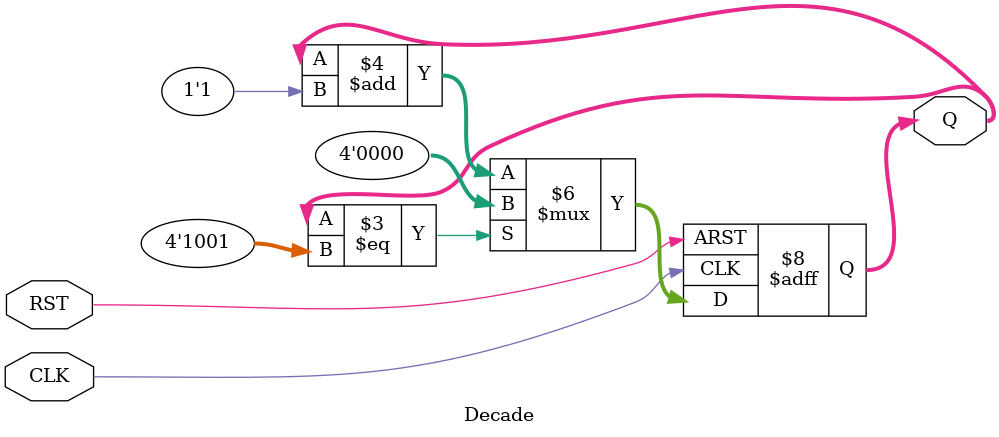
<source format=v>

module Decade(CLK, RST, Q);
input CLK, RST;
output [3:0] Q;

reg [3:0] Q;

always @(posedge CLK or posedge RST)
   if(RST == 1'b1)
      Q = 4'd0;
   else
      if(Q == 4'd9)  // if output =9, reset
         Q = 4'd0;
      else
         Q = Q + 1'd1;
endmodule

</source>
